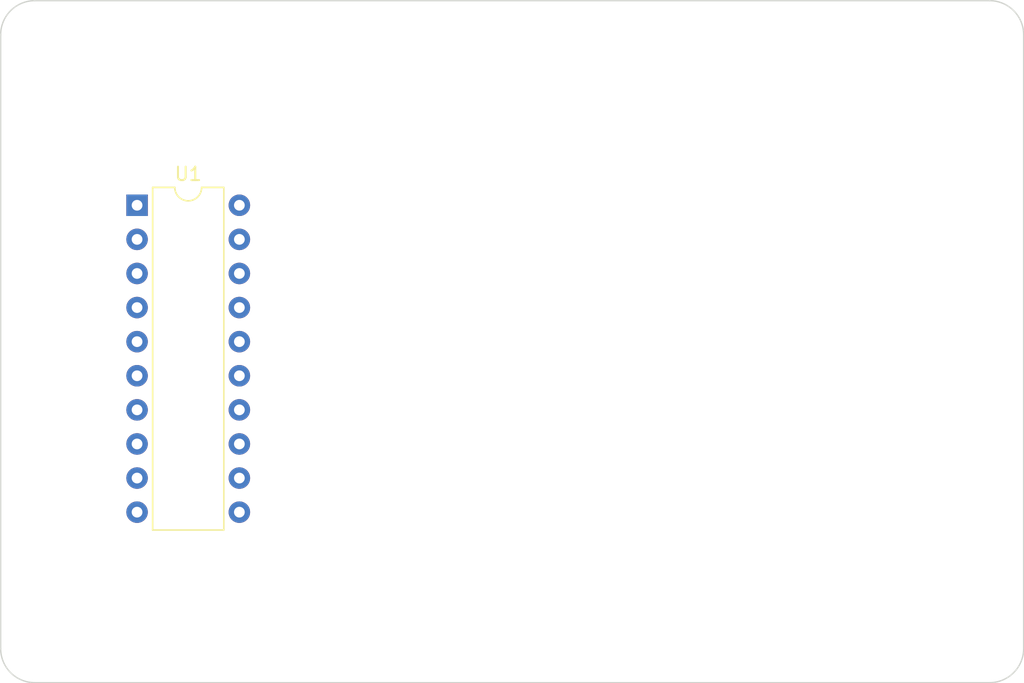
<source format=kicad_pcb>
(kicad_pcb (version 20240108) (generator "pcbnew") (generator_version "8.0")
  (layers (0 "F.Cu" signal) (31 "B.Cu" signal) (34 "B.Paste" user) (35 "F.Paste" user) (36 "B.SilkS" user "B.Silkscreen") (37 "F.SilkS" user "F.Silkscreen") (38 "B.Mask" user) (39 "F.Mask" user) (44 "Edge.Cuts" user))
  (net 0 "")
  (net 6 "GND")
  (footprint "Package_DIP:DIP-20_W7.62mm" (layer "F.Cu") (at 111.76 66.04)
    (property "Reference" "U1" (at 3.81 -2.33 0) (layer "F.SilkS"))
    (property "Value" "74HCT541")
    (fp_line (start 1.16 -1.33) (end 1.16 24.19) (stroke (width 0.12)) (layer "F.SilkS"))
    (fp_line (start 1.16 24.19) (end 6.46 24.19) (stroke (width 0.12)) (layer "F.SilkS"))
    (fp_line (start 2.81 -1.33) (end 1.16 -1.33) (stroke (width 0.12)) (layer "F.SilkS"))
    (fp_line (start 6.46 -1.33) (end 4.81 -1.33) (stroke (width 0.12)) (layer "F.SilkS"))
    (fp_line (start 6.46 24.19) (end 6.46 -1.33) (stroke (width 0.12)) (layer "F.SilkS"))
    (fp_arc (start 4.81 -1.33) (mid 3.81 -0.33) (end 2.81 -1.33) (stroke (width 0.12)) (layer "F.SilkS"))
    (pad "1" thru_hole rect (at 0 0) (size 1.6 1.6) (drill 0.8) (layers "*.Cu" "*.Mask"))
    (pad "2" thru_hole oval (at 0 2.54) (size 1.6 1.6) (drill 0.8) (layers "*.Cu" "*.Mask"))
    (pad "3" thru_hole oval (at 0 5.08) (size 1.6 1.6) (drill 0.8) (layers "*.Cu" "*.Mask"))
    (pad "4" thru_hole oval (at 0 7.62) (size 1.6 1.6) (drill 0.8) (layers "*.Cu" "*.Mask"))
    (pad "5" thru_hole oval (at 0 10.16) (size 1.6 1.6) (drill 0.8) (layers "*.Cu" "*.Mask"))
    (pad "6" thru_hole oval (at 0 12.7) (size 1.6 1.6) (drill 0.8) (layers "*.Cu" "*.Mask"))
    (pad "7" thru_hole oval (at 0 15.24) (size 1.6 1.6) (drill 0.8) (layers "*.Cu" "*.Mask"))
    (pad "8" thru_hole oval (at 0 17.78) (size 1.6 1.6) (drill 0.8) (layers "*.Cu" "*.Mask"))
    (pad "9" thru_hole oval (at 0 20.32) (size 1.6 1.6) (drill 0.8) (layers "*.Cu" "*.Mask"))
    (pad "10" thru_hole oval (at 0 22.86) (size 1.6 1.6) (drill 0.8) (layers "*.Cu" "*.Mask") (net 6 "GND"))
    (pad "11" thru_hole oval (at 7.62 22.86) (size 1.6 1.6) (drill 0.8) (layers "*.Cu" "*.Mask"))
    (pad "12" thru_hole oval (at 7.62 20.32) (size 1.6 1.6) (drill 0.8) (layers "*.Cu" "*.Mask"))
    (pad "13" thru_hole oval (at 7.62 17.78) (size 1.6 1.6) (drill 0.8) (layers "*.Cu" "*.Mask"))
    (pad "14" thru_hole oval (at 7.62 15.24) (size 1.6 1.6) (drill 0.8) (layers "*.Cu" "*.Mask"))
    (pad "15" thru_hole oval (at 7.62 12.7) (size 1.6 1.6) (drill 0.8) (layers "*.Cu" "*.Mask"))
    (pad "16" thru_hole oval (at 7.62 10.16) (size 1.6 1.6) (drill 0.8) (layers "*.Cu" "*.Mask"))
    (pad "17" thru_hole oval (at 7.62 7.62) (size 1.6 1.6) (drill 0.8) (layers "*.Cu" "*.Mask"))
    (pad "18" thru_hole oval (at 7.62 5.08) (size 1.6 1.6) (drill 0.8) (layers "*.Cu" "*.Mask"))
    (pad "19" thru_hole oval (at 7.62 2.54) (size 1.6 1.6) (drill 0.8) (layers "*.Cu" "*.Mask"))
    (pad "20" thru_hole oval (at 7.62 0) (size 1.6 1.6) (drill 0.8) (layers "*.Cu" "*.Mask"))
  )
  (gr_line (start 177.8 53.34) (end 177.8 99.06) (stroke (width 0.1)) (layer "Edge.Cuts"))
  (gr_arc (start 101.6 53.34) (mid 102.343949 51.543949) (end 104.14 50.8) (stroke (width 0.1)) (layer "Edge.Cuts"))
  (gr_line (start 104.14 50.8) (end 175.26 50.8) (stroke (width 0.1)) (layer "Edge.Cuts"))
  (gr_arc (start 104.14 101.6) (mid 102.343949 100.856051) (end 101.6 99.06) (stroke (width 0.1)) (layer "Edge.Cuts"))
  (gr_arc (start 175.26 50.8) (mid 177.056051 51.543949) (end 177.8 53.34) (stroke (width 0.1)) (layer "Edge.Cuts"))
  (gr_line (start 101.6 99.06) (end 101.6 53.34) (stroke (width 0.1)) (layer "Edge.Cuts"))
  (gr_line (start 175.26 101.6) (end 104.14 101.6) (stroke (width 0.1)) (layer "Edge.Cuts"))
  (gr_arc (start 177.8 99.06) (mid 177.056051 100.856051) (end 175.26 101.6) (stroke (width 0.1)) (layer "Edge.Cuts"))
)
</source>
